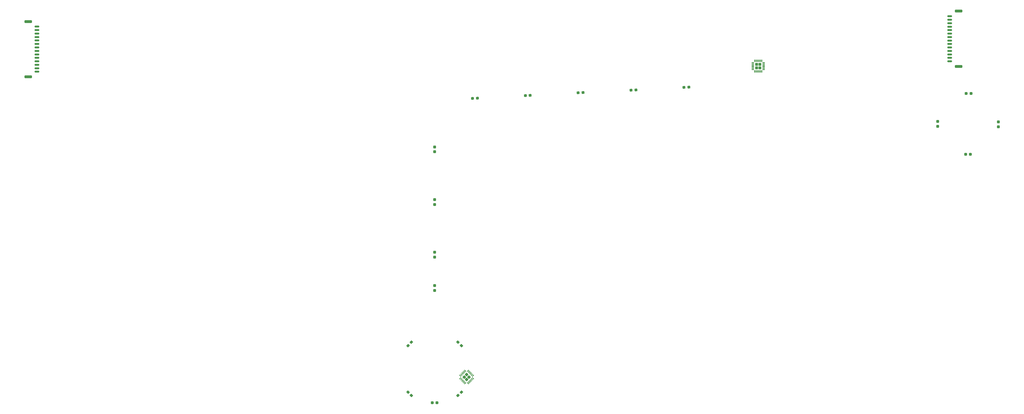
<source format=gbr>
%TF.GenerationSoftware,KiCad,Pcbnew,7.0.7*%
%TF.CreationDate,2023-12-22T23:49:32+01:00*%
%TF.ProjectId,isokey,69736f6b-6579-42e6-9b69-6361645f7063,A*%
%TF.SameCoordinates,Original*%
%TF.FileFunction,Paste,Top*%
%TF.FilePolarity,Positive*%
%FSLAX46Y46*%
G04 Gerber Fmt 4.6, Leading zero omitted, Abs format (unit mm)*
G04 Created by KiCad (PCBNEW 7.0.7) date 2023-12-22 23:49:32*
%MOMM*%
%LPD*%
G01*
G04 APERTURE LIST*
G04 Aperture macros list*
%AMRoundRect*
0 Rectangle with rounded corners*
0 $1 Rounding radius*
0 $2 $3 $4 $5 $6 $7 $8 $9 X,Y pos of 4 corners*
0 Add a 4 corners polygon primitive as box body*
4,1,4,$2,$3,$4,$5,$6,$7,$8,$9,$2,$3,0*
0 Add four circle primitives for the rounded corners*
1,1,$1+$1,$2,$3*
1,1,$1+$1,$4,$5*
1,1,$1+$1,$6,$7*
1,1,$1+$1,$8,$9*
0 Add four rect primitives between the rounded corners*
20,1,$1+$1,$2,$3,$4,$5,0*
20,1,$1+$1,$4,$5,$6,$7,0*
20,1,$1+$1,$6,$7,$8,$9,0*
20,1,$1+$1,$8,$9,$2,$3,0*%
G04 Aperture macros list end*
%ADD10RoundRect,0.237500X0.371231X-0.035355X-0.035355X0.371231X-0.371231X0.035355X0.035355X-0.371231X0*%
%ADD11RoundRect,0.237500X0.237500X-0.287500X0.237500X0.287500X-0.237500X0.287500X-0.237500X-0.287500X0*%
%ADD12RoundRect,0.250000X0.280000X-0.280000X0.280000X0.280000X-0.280000X0.280000X-0.280000X-0.280000X0*%
%ADD13RoundRect,0.075000X0.075000X-0.362500X0.075000X0.362500X-0.075000X0.362500X-0.075000X-0.362500X0*%
%ADD14RoundRect,0.075000X0.362500X-0.075000X0.362500X0.075000X-0.362500X0.075000X-0.362500X-0.075000X0*%
%ADD15RoundRect,0.237500X0.035355X0.371231X-0.371231X-0.035355X-0.035355X-0.371231X0.371231X0.035355X0*%
%ADD16RoundRect,0.237500X0.274676X0.252221X-0.299536X0.222128X-0.274676X-0.252221X0.299536X-0.222128X0*%
%ADD17RoundRect,0.237500X0.287500X0.237500X-0.287500X0.237500X-0.287500X-0.237500X0.287500X-0.237500X0*%
%ADD18RoundRect,0.150000X-0.700000X0.150000X-0.700000X-0.150000X0.700000X-0.150000X0.700000X0.150000X0*%
%ADD19RoundRect,0.250000X-1.100000X0.250000X-1.100000X-0.250000X1.100000X-0.250000X1.100000X0.250000X0*%
%ADD20RoundRect,0.150000X0.700000X-0.150000X0.700000X0.150000X-0.700000X0.150000X-0.700000X-0.150000X0*%
%ADD21RoundRect,0.250000X1.100000X-0.250000X1.100000X0.250000X-1.100000X0.250000X-1.100000X-0.250000X0*%
%ADD22RoundRect,0.250000X0.000000X0.395980X-0.395980X0.000000X0.000000X-0.395980X0.395980X0.000000X0*%
%ADD23RoundRect,0.075000X0.203293X0.309359X-0.309359X-0.203293X-0.203293X-0.309359X0.309359X0.203293X0*%
%ADD24RoundRect,0.075000X-0.203293X0.309359X-0.309359X0.203293X0.203293X-0.309359X0.309359X-0.203293X0*%
%ADD25RoundRect,0.237500X-0.035355X-0.371231X0.371231X0.035355X0.035355X0.371231X-0.371231X-0.035355X0*%
G04 APERTURE END LIST*
D10*
%TO.C,D160*%
X181618718Y-208368718D03*
X180381282Y-207131282D03*
%TD*%
D11*
%TO.C,D159*%
X190000000Y-120475000D03*
X190000000Y-118725000D03*
%TD*%
D12*
%TO.C,U2*%
X305890000Y-90210000D03*
X307110000Y-90210000D03*
X305890000Y-88990000D03*
X307110000Y-88990000D03*
D13*
X305250000Y-91537500D03*
X305750000Y-91537500D03*
X306250000Y-91537500D03*
X306750000Y-91537500D03*
X307250000Y-91537500D03*
X307750000Y-91537500D03*
D14*
X308437500Y-90850000D03*
X308437500Y-90350000D03*
X308437500Y-89850000D03*
X308437500Y-89350000D03*
X308437500Y-88850000D03*
X308437500Y-88350000D03*
D13*
X307750000Y-87662500D03*
X307250000Y-87662500D03*
X306750000Y-87662500D03*
X306250000Y-87662500D03*
X305750000Y-87662500D03*
X305250000Y-87662500D03*
D14*
X304562500Y-88350000D03*
X304562500Y-88850000D03*
X304562500Y-89350000D03*
X304562500Y-89850000D03*
X304562500Y-90350000D03*
X304562500Y-90850000D03*
%TD*%
D11*
%TO.C,D165*%
X190000000Y-158475000D03*
X190000000Y-156725000D03*
%TD*%
D15*
%TO.C,D162*%
X199618718Y-207131282D03*
X198381282Y-208368718D03*
%TD*%
D16*
%TO.C,D75*%
X281473801Y-97154206D03*
X279726199Y-97245794D03*
%TD*%
D17*
%TO.C,D164*%
X190875000Y-211000000D03*
X189125000Y-211000000D03*
%TD*%
D18*
%TO.C,J1*%
X46850000Y-75366069D03*
X46850000Y-76616069D03*
X46850000Y-77866069D03*
X46850000Y-79116069D03*
X46850000Y-80366069D03*
X46850000Y-81616069D03*
X46850000Y-82866069D03*
X46850000Y-84116069D03*
X46850000Y-85366069D03*
X46850000Y-86616069D03*
X46850000Y-87866069D03*
X46850000Y-89116069D03*
X46850000Y-90366069D03*
X46850000Y-91616069D03*
D19*
X43650000Y-73516069D03*
X43650000Y-93466069D03*
%TD*%
D11*
%TO.C,D163*%
X190000000Y-139475000D03*
X190000000Y-137725000D03*
%TD*%
D10*
%TO.C,D167*%
X199618718Y-190368718D03*
X198381282Y-189131282D03*
%TD*%
D11*
%TO.C,D155*%
X392900000Y-111475000D03*
X392900000Y-109725000D03*
%TD*%
%TO.C,D153*%
X371100000Y-111275000D03*
X371100000Y-109525000D03*
%TD*%
D16*
%TO.C,D74*%
X262423801Y-98154206D03*
X260676199Y-98245794D03*
%TD*%
D17*
%TO.C,D154*%
X382875000Y-121400000D03*
X381125000Y-121400000D03*
%TD*%
D16*
%TO.C,D157*%
X205373801Y-101154206D03*
X203626199Y-101245794D03*
%TD*%
D20*
%TO.C,J2*%
X375395566Y-87875000D03*
X375395566Y-86625000D03*
X375395566Y-85375000D03*
X375395566Y-84125000D03*
X375395566Y-82875000D03*
X375395566Y-81625000D03*
X375395566Y-80375000D03*
X375395566Y-79125000D03*
X375395566Y-77875000D03*
X375395566Y-76625000D03*
X375395566Y-75375000D03*
X375395566Y-74125000D03*
X375395566Y-72875000D03*
X375395566Y-71625000D03*
D21*
X378595566Y-89725000D03*
X378595566Y-69775000D03*
%TD*%
D22*
%TO.C,U3*%
X202362670Y-201700000D03*
X201500000Y-200837330D03*
X201500000Y-202562670D03*
X200637330Y-201700000D03*
D23*
X203753903Y-201213864D03*
X203400349Y-200860311D03*
X203046796Y-200506757D03*
X202693243Y-200153204D03*
X202339689Y-199799651D03*
X201986136Y-199446097D03*
D24*
X201013864Y-199446097D03*
X200660311Y-199799651D03*
X200306757Y-200153204D03*
X199953204Y-200506757D03*
X199599651Y-200860311D03*
X199246097Y-201213864D03*
D23*
X199246097Y-202186136D03*
X199599651Y-202539689D03*
X199953204Y-202893243D03*
X200306757Y-203246796D03*
X200660311Y-203600349D03*
X201013864Y-203953903D03*
D24*
X201986136Y-203953903D03*
X202339689Y-203600349D03*
X202693243Y-203246796D03*
X203046796Y-202893243D03*
X203400349Y-202539689D03*
X203753903Y-202186136D03*
%TD*%
D17*
%TO.C,D156*%
X383075000Y-99500000D03*
X381325000Y-99500000D03*
%TD*%
D11*
%TO.C,D166*%
X190000000Y-170475000D03*
X190000000Y-168725000D03*
%TD*%
D16*
%TO.C,D73*%
X243373801Y-99154206D03*
X241626199Y-99245794D03*
%TD*%
D25*
%TO.C,D161*%
X180381282Y-190368718D03*
X181618718Y-189131282D03*
%TD*%
D16*
%TO.C,D158*%
X224373801Y-100154206D03*
X222626199Y-100245794D03*
%TD*%
M02*

</source>
